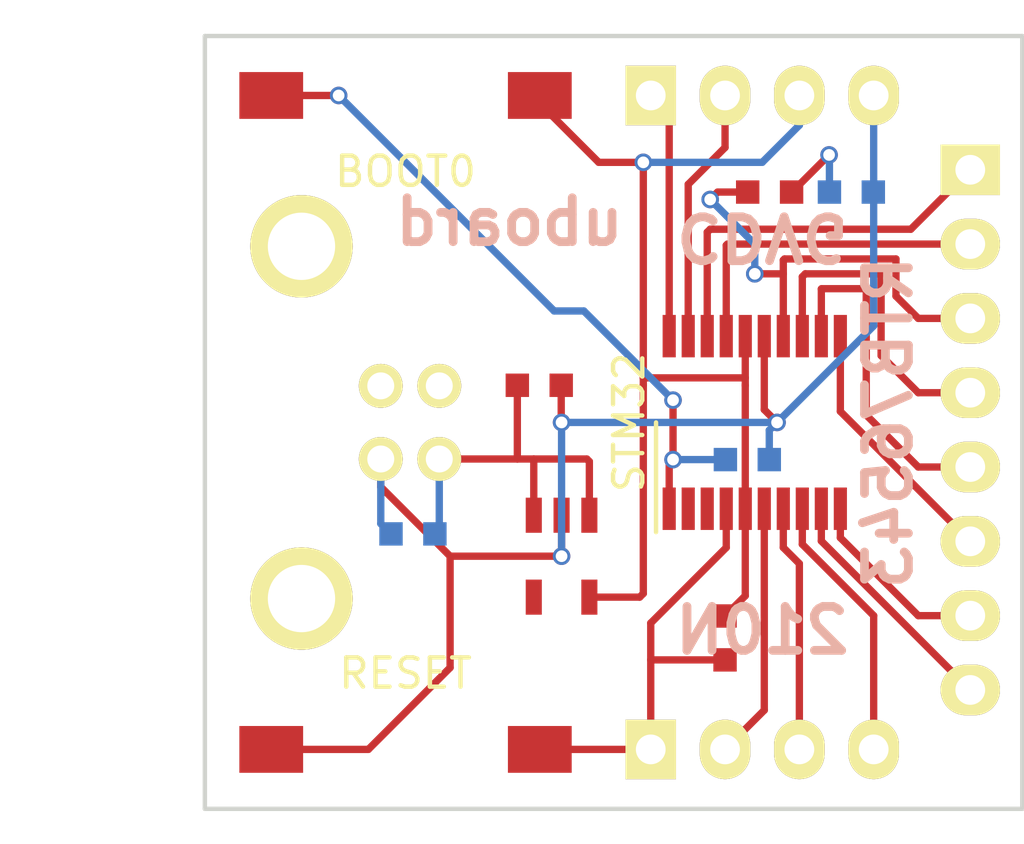
<source format=kicad_pcb>
(kicad_pcb (version 4) (host pcbnew 4.0.7-e2-6376~58~ubuntu16.04.1)

  (general
    (links 0)
    (no_connects 0)
    (area 103.794999 58.344999 172.287001 91.007001)
    (thickness 1.6)
    (drawings 8)
    (tracks 124)
    (zones 0)
    (modules 14)
    (nets 1)
  )

  (page A4)
  (layers
    (0 F.Cu signal)
    (31 B.Cu signal)
    (32 B.Adhes user)
    (33 F.Adhes user)
    (34 B.Paste user)
    (35 F.Paste user)
    (36 B.SilkS user)
    (37 F.SilkS user)
    (38 B.Mask user)
    (39 F.Mask user)
    (40 Dwgs.User user)
    (41 Cmts.User user)
    (42 Eco1.User user)
    (43 Eco2.User user)
    (44 Edge.Cuts user)
    (45 Margin user)
    (46 B.CrtYd user)
    (47 F.CrtYd user)
    (48 B.Fab user)
    (49 F.Fab user)
  )

  (setup
    (last_trace_width 0.25)
    (trace_clearance 0.2)
    (zone_clearance 0.508)
    (zone_45_only no)
    (trace_min 0.2)
    (segment_width 0.2)
    (edge_width 0.15)
    (via_size 0.6)
    (via_drill 0.4)
    (via_min_size 0.4)
    (via_min_drill 0.3)
    (uvia_size 0.3)
    (uvia_drill 0.1)
    (uvias_allowed no)
    (uvia_min_size 0.2)
    (uvia_min_drill 0.1)
    (pcb_text_width 0.3)
    (pcb_text_size 1.5 1.5)
    (mod_edge_width 0.15)
    (mod_text_size 1 1)
    (mod_text_width 0.15)
    (pad_size 2.032 1.7272)
    (pad_drill 1.016)
    (pad_to_mask_clearance 0.2)
    (aux_axis_origin 0 0)
    (visible_elements FFFFFF7F)
    (pcbplotparams
      (layerselection 0x00030_80000001)
      (usegerberextensions false)
      (excludeedgelayer true)
      (linewidth 0.150000)
      (plotframeref false)
      (viasonmask false)
      (mode 1)
      (useauxorigin false)
      (hpglpennumber 1)
      (hpglpenspeed 20)
      (hpglpendiameter 15)
      (hpglpenoverlay 2)
      (psnegative false)
      (psa4output false)
      (plotreference true)
      (plotvalue true)
      (plotinvisibletext false)
      (padsonsilk false)
      (subtractmaskfromsilk false)
      (outputformat 1)
      (mirror false)
      (drillshape 1)
      (scaleselection 1)
      (outputdirectory ""))
  )

  (net 0 "")

  (net_class Default "This is the default net class."
    (clearance 0.2)
    (trace_width 0.25)
    (via_dia 0.6)
    (via_drill 0.4)
    (uvia_dia 0.3)
    (uvia_drill 0.1)
  )

  (module 00my_modules:R_0603 (layer F.Cu) (tedit 5AD41D51) (tstamp 5AD40E12)
    (at 122.428 72.39)
    (descr R0603)
    (tags "resistor capacitor led 0603")
    (attr smd)
    (fp_text reference "" (at 0 -0.6) (layer F.SilkS)
      (effects (font (size 0.127 0.127) (thickness 0.01)))
    )
    (fp_text value "" (at 0 0.6) (layer F.Fab)
      (effects (font (size 0.1 0.1) (thickness 0.01)))
    )
    (fp_line (start -1.2 -0.45) (end 1.2 -0.45) (layer F.CrtYd) (width 0.01))
    (fp_line (start -1.2 0.45) (end 1.2 0.45) (layer F.CrtYd) (width 0.01))
    (fp_line (start -1.2 -0.45) (end -1.2 0.45) (layer F.CrtYd) (width 0.01))
    (fp_line (start 1.2 -0.45) (end 1.2 0.45) (layer F.CrtYd) (width 0.01))
    (fp_line (start -0.1 0) (end 0.1 0.2) (layer F.CrtYd) (width 0.01))
    (fp_line (start -0.1 0) (end 0.1 -0.2) (layer F.CrtYd) (width 0.01))
    (fp_line (start -0.1 0.2) (end -0.1 -0.2) (layer F.CrtYd) (width 0.01))
    (fp_line (start 0.1 0.2) (end 0.1 -0.2) (layer F.CrtYd) (width 0.01))
    (pad 1 smd rect (at -0.75 0) (size 0.8 0.8) (layers F.Cu F.Paste F.Mask))
    (pad 2 smd rect (at 0.75 0) (size 0.8 0.8) (layers F.Cu F.Paste F.Mask))
  )

  (module 00my_modules:UE27-BC54-130 (layer F.Cu) (tedit 5AD41830) (tstamp 5AD16A70)
    (at 114.3 73.66 270)
    (descr UE27-BC54-130)
    (tags usb)
    (fp_text reference "" (at 0 -1 270) (layer F.SilkS)
      (effects (font (size 0.5 0.5) (thickness 0.01)))
    )
    (fp_text value "" (at 0 1 270) (layer F.Fab)
      (effects (font (size 0.5 0.5) (thickness 0.01)))
    )
    (fp_text user USB (at 0 0 270) (layer F.Fab)
      (effects (font (size 1 1) (thickness 0.15)))
    )
    (fp_line (start -6.02 10.28) (end -6.02 -6.22) (layer F.CrtYd) (width 0.05))
    (fp_line (start 6.02 10.28) (end 6.02 -6.22) (layer F.CrtYd) (width 0.05))
    (fp_line (start -6.02 -6.22) (end 6.02 -6.22) (layer F.CrtYd) (width 0.05))
    (fp_line (start -6.02 10.28) (end 6.02 10.28) (layer F.CrtYd) (width 0.05))
    (pad 5V thru_hole circle (at 1.25 -4.71 270) (size 1.5 1.5) (drill 0.92) (layers *.Cu *.Mask F.SilkS))
    (pad - thru_hole circle (at -1.25 -4.71 270) (size 1.5 1.5) (drill 0.92) (layers *.Cu *.Mask F.SilkS))
    (pad + thru_hole circle (at -1.25 -2.71 270) (size 1.5 1.5) (drill 0.92) (layers *.Cu *.Mask F.SilkS))
    (pad GND thru_hole circle (at 1.25 -2.71 270) (size 1.5 1.5) (drill 0.92) (layers *.Cu *.Mask F.SilkS))
    (pad X thru_hole circle (at 6.02 0 270) (size 3.5 3.5) (drill 2.3) (layers *.Cu *.Mask F.SilkS))
    (pad X thru_hole circle (at -6.02 0 270) (size 3.5 3.5) (drill 2.3) (layers *.Cu *.Mask F.SilkS))
  )

  (module 00my_modules:SOT25 (layer F.Cu) (tedit 5AD41CB3) (tstamp 5AD16B65)
    (at 123.19 78.232 270)
    (descr SOT25)
    (tags SOT25)
    (attr smd)
    (fp_text reference "" (at 0 -2.5 270) (layer F.SilkS)
      (effects (font (size 1 1) (thickness 0.15)))
    )
    (fp_text value "" (at 0 2.05 270) (layer F.Fab)
      (effects (font (size 0.5 0.5) (thickness 0.01)))
    )
    (fp_text user SOT25 (at 0 0 360) (layer F.Fab)
      (effects (font (size 0.5 0.5) (thickness 0.01)))
    )
    (fp_line (start -0.8 -1.5) (end 0.8 -1.5) (layer F.Fab) (width 0.01))
    (fp_line (start -0.8 1.5) (end 0.8 1.5) (layer F.Fab) (width 0.01))
    (fp_line (start -0.8 -1.5) (end -0.8 1.5) (layer F.Fab) (width 0.01))
    (fp_line (start 0.8 -1.5) (end 0.8 1.5) (layer F.Fab) (width 0.01))
    (fp_line (start -0.8 -1.5) (end -0.8 1.5) (layer F.Fab) (width 0.01))
    (fp_line (start 0.8 -1.5) (end 0.8 1.5) (layer F.Fab) (width 0.01))
    (fp_line (start -2.3 -1.7) (end 2.3 -1.7) (layer F.CrtYd) (width 0.01))
    (fp_line (start -2.3 -1.7) (end -2.3 1.7) (layer F.CrtYd) (width 0.01))
    (fp_line (start 2.3 1.7) (end 2.3 -1.7) (layer F.CrtYd) (width 0.01))
    (fp_line (start 2.3 1.7) (end -2.3 1.7) (layer F.CrtYd) (width 0.01))
    (pad VIN smd rect (at -1.4 -0.95 270) (size 1.2 0.55) (layers F.Cu F.Paste F.Mask))
    (pad GND smd rect (at -1.4 0 270) (size 1.2 0.55) (layers F.Cu F.Paste F.Mask))
    (pad EN smd rect (at -1.4 0.95 270) (size 1.2 0.55) (layers F.Cu F.Paste F.Mask))
    (pad NC smd rect (at 1.4 0.95 270) (size 1.2 0.55) (layers F.Cu F.Paste F.Mask))
    (pad VOUT smd rect (at 1.4 -0.95 270) (size 1.2 0.55) (layers F.Cu F.Paste F.Mask))
  )

  (module 00my_modules:STM32 (layer F.Cu) (tedit 5AD41238) (tstamp 5AD16B54)
    (at 129.794 73.66 90)
    (descr STM32)
    (tags STM32)
    (attr smd)
    (fp_text reference STM32 (at 0 -4.3 90) (layer F.SilkS)
      (effects (font (size 1 1) (thickness 0.15)))
    )
    (fp_text value "" (at -1.5 -3 90) (layer F.Fab)
      (effects (font (size 0.5 0.5) (thickness 0.01)))
    )
    (fp_text user STM32 (at 0 0 180) (layer F.Fab)
      (effects (font (size 0.8 0.8) (thickness 0.1)))
    )
    (fp_line (start -3.95 -3.55) (end -3.95 3.55) (layer F.CrtYd) (width 0.05))
    (fp_line (start 3.95 -3.55) (end 3.95 3.55) (layer F.CrtYd) (width 0.05))
    (fp_line (start -3.95 -3.55) (end 3.95 -3.55) (layer F.CrtYd) (width 0.05))
    (fp_line (start -3.95 3.55) (end 3.95 3.55) (layer F.CrtYd) (width 0.05))
    (fp_line (start -3.75 -3.375) (end 0 -3.375) (layer F.SilkS) (width 0.15))
    (fp_line (start -2.2 -3.25) (end 2.2 -3.25) (layer F.Fab) (width 0.01))
    (fp_line (start -2.2 3.25) (end 2.2 3.25) (layer F.Fab) (width 0.01))
    (fp_line (start -2.2 -3.25) (end -2.2 3.25) (layer F.Fab) (width 0.01))
    (fp_line (start 2.2 -3.25) (end 2.2 3.25) (layer F.Fab) (width 0.01))
    (pad BOOT smd rect (at -2.95 -2.925 90) (size 1.45 0.45) (layers F.Cu F.Paste F.Mask))
    (pad 2 smd rect (at -2.95 -2.275 90) (size 1.45 0.45) (layers F.Cu F.Paste F.Mask))
    (pad 3 smd rect (at -2.95 -1.625 90) (size 1.45 0.45) (layers F.Cu F.Paste F.Mask))
    (pad NRST smd rect (at -2.95 -0.975 90) (size 1.45 0.45) (layers F.Cu F.Paste F.Mask))
    (pad VCC smd rect (at -2.95 -0.325 90) (size 1.45 0.45) (layers F.Cu F.Paste F.Mask))
    (pad PA0 smd rect (at -2.95 0.325 90) (size 1.45 0.45) (layers F.Cu F.Paste F.Mask))
    (pad PA1 smd rect (at -2.95 0.975 90) (size 1.45 0.45) (layers F.Cu F.Paste F.Mask))
    (pad PA2 smd rect (at -2.95 1.625 90) (size 1.45 0.45) (layers F.Cu F.Paste F.Mask))
    (pad PA3 smd rect (at -2.95 2.275 90) (size 1.45 0.45) (layers F.Cu F.Paste F.Mask))
    (pad PA4 smd rect (at -2.95 2.925 90) (size 1.45 0.45) (layers F.Cu F.Paste F.Mask))
    (pad PA5 smd rect (at 2.95 2.925 90) (size 1.45 0.45) (layers F.Cu F.Paste F.Mask))
    (pad PA6 smd rect (at 2.95 2.275 90) (size 1.45 0.45) (layers F.Cu F.Paste F.Mask))
    (pad PA7 smd rect (at 2.95 1.625 90) (size 1.45 0.45) (layers F.Cu F.Paste F.Mask))
    (pad PB1 smd rect (at 2.95 0.975 90) (size 1.45 0.45) (layers F.Cu F.Paste F.Mask))
    (pad GND smd rect (at 2.95 0.325 90) (size 1.45 0.45) (layers F.Cu F.Paste F.Mask))
    (pad VCC smd rect (at 2.95 -0.325 90) (size 1.45 0.45) (layers F.Cu F.Paste F.Mask))
    (pad TX smd rect (at 2.95 -0.975 90) (size 1.45 0.45) (layers F.Cu F.Paste F.Mask))
    (pad RX smd rect (at 2.95 -1.625 90) (size 1.45 0.45) (layers F.Cu F.Paste F.Mask))
    (pad DIO smd rect (at 2.95 -2.275 90) (size 1.45 0.45) (layers F.Cu F.Paste F.Mask))
    (pad CLK smd rect (at 2.95 -2.925 90) (size 1.45 0.45) (layers F.Cu F.Paste F.Mask))
  )

  (module 00my_modules:BUTTON2_SMT (layer F.Cu) (tedit 5AD41DA2) (tstamp 5AD994A1)
    (at 117.856 84.836)
    (descr button2)
    (tags "SPST button tactile switch")
    (attr smd)
    (fp_text reference RESET (at 0 -2.6) (layer F.SilkS)
      (effects (font (size 1 1) (thickness 0.15)))
    )
    (fp_text value "" (at 0 3) (layer F.Fab)
      (effects (font (size 1 1) (thickness 0.15)))
    )
    (fp_line (start -1.75 -1) (end 1.75 -1) (layer F.Fab) (width 0.1))
    (fp_line (start 1.75 -1) (end 1.75 1) (layer F.Fab) (width 0.1))
    (fp_line (start 1.75 1) (end -1.75 1) (layer F.Fab) (width 0.1))
    (fp_line (start -1.75 1) (end -1.75 -1) (layer F.Fab) (width 0.1))
    (fp_line (start -1.5 0.8) (end 1.5 0.8) (layer F.Fab) (width 0.1))
    (fp_line (start -1.5 -0.8) (end 1.5 -0.8) (layer F.Fab) (width 0.1))
    (fp_line (start 1.5 -0.8) (end 1.5 0.8) (layer F.Fab) (width 0.1))
    (fp_line (start -1.5 -0.8) (end -1.5 0.8) (layer F.Fab) (width 0.1))
    (fp_line (start -5.95 2) (end 5.95 2) (layer F.CrtYd) (width 0.05))
    (fp_line (start 5.95 -2) (end 5.95 2) (layer F.CrtYd) (width 0.05))
    (fp_line (start -3 1.75) (end 3 1.75) (layer F.Fab) (width 0.1))
    (fp_line (start -3 -1.75) (end 3 -1.75) (layer F.Fab) (width 0.1))
    (fp_line (start -3 -1.75) (end -3 1.75) (layer F.Fab) (width 0.1))
    (fp_line (start 3 -1.75) (end 3 1.75) (layer F.Fab) (width 0.1))
    (fp_line (start -5.95 -2) (end -5.95 2) (layer F.CrtYd) (width 0.05))
    (fp_line (start -5.95 -2) (end 5.95 -2) (layer F.CrtYd) (width 0.05))
    (pad GND smd rect (at -4.59 0) (size 2.18 1.6) (layers F.Cu F.Paste F.Mask))
    (pad NRST smd rect (at 4.59 0) (size 2.18 1.6) (layers F.Cu F.Paste F.Mask))
  )

  (module 00my_modules:BUTTON2_SMT (layer F.Cu) (tedit 5AD41D8B) (tstamp 5AD994CC)
    (at 117.856 62.484 180)
    (descr button2)
    (tags "SPST button tactile switch")
    (attr smd)
    (fp_text reference BOOT0 (at 0 -2.6 180) (layer F.SilkS)
      (effects (font (size 1 1) (thickness 0.15)))
    )
    (fp_text value "" (at 0 3 180) (layer F.Fab)
      (effects (font (size 1 1) (thickness 0.15)))
    )
    (fp_line (start -1.75 -1) (end 1.75 -1) (layer F.Fab) (width 0.1))
    (fp_line (start 1.75 -1) (end 1.75 1) (layer F.Fab) (width 0.1))
    (fp_line (start 1.75 1) (end -1.75 1) (layer F.Fab) (width 0.1))
    (fp_line (start -1.75 1) (end -1.75 -1) (layer F.Fab) (width 0.1))
    (fp_line (start -1.5 0.8) (end 1.5 0.8) (layer F.Fab) (width 0.1))
    (fp_line (start -1.5 -0.8) (end 1.5 -0.8) (layer F.Fab) (width 0.1))
    (fp_line (start 1.5 -0.8) (end 1.5 0.8) (layer F.Fab) (width 0.1))
    (fp_line (start -1.5 -0.8) (end -1.5 0.8) (layer F.Fab) (width 0.1))
    (fp_line (start -5.95 2) (end 5.95 2) (layer F.CrtYd) (width 0.05))
    (fp_line (start 5.95 -2) (end 5.95 2) (layer F.CrtYd) (width 0.05))
    (fp_line (start -3 1.75) (end 3 1.75) (layer F.Fab) (width 0.1))
    (fp_line (start -3 -1.75) (end 3 -1.75) (layer F.Fab) (width 0.1))
    (fp_line (start -3 -1.75) (end -3 1.75) (layer F.Fab) (width 0.1))
    (fp_line (start 3 -1.75) (end 3 1.75) (layer F.Fab) (width 0.1))
    (fp_line (start -5.95 -2) (end -5.95 2) (layer F.CrtYd) (width 0.05))
    (fp_line (start -5.95 -2) (end 5.95 -2) (layer F.CrtYd) (width 0.05))
    (pad VCC smd rect (at -4.59 0 180) (size 2.18 1.6) (layers F.Cu F.Paste F.Mask))
    (pad BOOT smd rect (at 4.59 0 180) (size 2.18 1.6) (layers F.Cu F.Paste F.Mask))
  )

  (module 00my_modules:Pin_Header_Straight_1x04 (layer F.Cu) (tedit 5AD41DC7) (tstamp 5AD408A5)
    (at 126.238 84.836 90)
    (descr "Through hole pin header")
    (tags "pin header")
    (fp_text reference "" (at 0 -2.4 90) (layer F.SilkS)
      (effects (font (size 0.5 0.5) (thickness 0.01)))
    )
    (fp_text value "" (at 0 -3.1 90) (layer F.Fab)
      (effects (font (size 0.5 0.5) (thickness 0.01)))
    )
    (fp_line (start -1.75 -1.75) (end -1.75 9.04) (layer F.CrtYd) (width 0.05))
    (fp_line (start 1.75 -1.75) (end 1.75 9.04) (layer F.CrtYd) (width 0.05))
    (fp_line (start -1.75 -1.75) (end 1.75 -1.75) (layer F.CrtYd) (width 0.05))
    (fp_line (start -1.75 9.04) (end 1.75 9.04) (layer F.CrtYd) (width 0.05))
    (pad RST thru_hole rect (at 0 0 90) (size 2.032 1.7272) (drill 1.016) (layers *.Cu *.Mask F.SilkS))
    (pad PA0 thru_hole oval (at 0 2.54 90) (size 2.032 1.7272) (drill 1.016) (layers *.Cu *.Mask F.SilkS))
    (pad PA1 thru_hole oval (at 0 5.08 90) (size 2.032 1.7272) (drill 1.016) (layers *.Cu *.Mask F.SilkS))
    (pad PA2 thru_hole oval (at 0 7.62 90) (size 2.032 1.7272) (drill 1.016) (layers *.Cu *.Mask F.SilkS))
  )

  (module 00my_modules:Pin_Header_Straight_1x04 (layer F.Cu) (tedit 5AD4180C) (tstamp 5AD408BC)
    (at 126.238 62.484 90)
    (descr "Through hole pin header")
    (tags "pin header")
    (fp_text reference "" (at 0 -2.4 90) (layer F.SilkS)
      (effects (font (size 0.5 0.5) (thickness 0.01)))
    )
    (fp_text value "" (at 0 -3.1 90) (layer F.Fab)
      (effects (font (size 0.5 0.5) (thickness 0.01)))
    )
    (fp_line (start -1.75 -1.75) (end -1.75 9.04) (layer F.CrtYd) (width 0.05))
    (fp_line (start 1.75 -1.75) (end 1.75 9.04) (layer F.CrtYd) (width 0.05))
    (fp_line (start -1.75 -1.75) (end 1.75 -1.75) (layer F.CrtYd) (width 0.05))
    (fp_line (start -1.75 9.04) (end 1.75 9.04) (layer F.CrtYd) (width 0.05))
    (pad CLK thru_hole rect (at 0 0 90) (size 2.032 1.7272) (drill 1.016) (layers *.Cu *.Mask F.SilkS))
    (pad DIO thru_hole oval (at 0 2.54 90) (size 2.032 1.7272) (drill 1.016) (layers *.Cu *.Mask F.SilkS))
    (pad VCC thru_hole oval (at 0 5.08 90) (size 2.032 1.7272) (drill 1.016) (layers *.Cu *.Mask F.SilkS))
    (pad GND thru_hole oval (at 0 7.62 90) (size 2.032 1.7272) (drill 1.016) (layers *.Cu *.Mask F.SilkS))
  )

  (module 00my_modules:Pin_Header_Straight_1x08 (layer F.Cu) (tedit 5AD41E01) (tstamp 5AD409EB)
    (at 137.16 65.024)
    (descr "Through hole pin header")
    (tags "pin header")
    (fp_text reference "" (at 0 -2.4) (layer F.SilkS)
      (effects (font (size 0.5 0.5) (thickness 0.01)))
    )
    (fp_text value "" (at 0 -3.1) (layer F.Fab)
      (effects (font (size 0.5 0.5) (thickness 0.01)))
    )
    (fp_line (start -1.75 -1.75) (end -1.75 19.56) (layer F.CrtYd) (width 0.05))
    (fp_line (start 1.75 -1.75) (end 1.75 19.56) (layer F.CrtYd) (width 0.05))
    (fp_line (start -1.75 -1.75) (end 1.75 -1.75) (layer F.CrtYd) (width 0.05))
    (fp_line (start -1.75 19.56) (end 1.75 19.56) (layer F.CrtYd) (width 0.05))
    (pad RX thru_hole rect (at 0 0) (size 2.032 1.7272) (drill 1.016) (layers *.Cu *.Mask F.SilkS))
    (pad TX thru_hole oval (at 0 2.54) (size 2.032 1.7272) (drill 1.016) (layers *.Cu *.Mask F.SilkS))
    (pad PB1 thru_hole oval (at 0 5.08) (size 2.032 1.7272) (drill 1.016) (layers *.Cu *.Mask F.SilkS))
    (pad PA7 thru_hole oval (at 0 7.62) (size 2.032 1.7272) (drill 1.016) (layers *.Cu *.Mask F.SilkS))
    (pad PA6 thru_hole oval (at 0 10.16) (size 2.032 1.7272) (drill 1.016) (layers *.Cu *.Mask F.SilkS))
    (pad PA5 thru_hole oval (at 0 12.7) (size 2.032 1.7272) (drill 1.016) (layers *.Cu *.Mask F.SilkS))
    (pad PA4 thru_hole oval (at 0 15.24) (size 2.032 1.7272) (drill 1.016) (layers *.Cu *.Mask F.SilkS))
    (pad PA3 thru_hole oval (at 0 17.78) (size 2.032 1.7272) (drill 1.016) (layers *.Cu *.Mask F.SilkS))
  )

  (module 00my_modules:R_0603 (layer B.Cu) (tedit 5AD41D64) (tstamp 5AD40DF7)
    (at 118.11 77.47)
    (descr R0603)
    (tags "resistor capacitor led 0603")
    (attr smd)
    (fp_text reference "" (at 0 0.6) (layer B.SilkS)
      (effects (font (size 0.127 0.127) (thickness 0.01)) (justify mirror))
    )
    (fp_text value "" (at 0 -0.6) (layer B.Fab)
      (effects (font (size 0.1 0.1) (thickness 0.01)) (justify mirror))
    )
    (fp_line (start -1.2 0.45) (end 1.2 0.45) (layer B.CrtYd) (width 0.01))
    (fp_line (start -1.2 -0.45) (end 1.2 -0.45) (layer B.CrtYd) (width 0.01))
    (fp_line (start -1.2 0.45) (end -1.2 -0.45) (layer B.CrtYd) (width 0.01))
    (fp_line (start 1.2 0.45) (end 1.2 -0.45) (layer B.CrtYd) (width 0.01))
    (fp_line (start -0.1 0) (end 0.1 -0.2) (layer B.CrtYd) (width 0.01))
    (fp_line (start -0.1 0) (end 0.1 0.2) (layer B.CrtYd) (width 0.01))
    (fp_line (start -0.1 -0.2) (end -0.1 0.2) (layer B.CrtYd) (width 0.01))
    (fp_line (start 0.1 -0.2) (end 0.1 0.2) (layer B.CrtYd) (width 0.01))
    (pad 1 smd rect (at -0.75 0) (size 0.8 0.8) (layers B.Cu B.Paste B.Mask))
    (pad 2 smd rect (at 0.75 0) (size 0.8 0.8) (layers B.Cu B.Paste B.Mask))
  )

  (module 00my_modules:R_0603 (layer F.Cu) (tedit 5AD417A4) (tstamp 5AD40EEC)
    (at 128.778 81.026 90)
    (descr R0603)
    (tags "resistor capacitor led 0603")
    (attr smd)
    (fp_text reference "" (at 0 -0.6 90) (layer F.SilkS)
      (effects (font (size 0.127 0.127) (thickness 0.01)))
    )
    (fp_text value "" (at 0 0.6 90) (layer F.Fab)
      (effects (font (size 0.1 0.1) (thickness 0.01)))
    )
    (fp_line (start -1.2 -0.45) (end 1.2 -0.45) (layer F.CrtYd) (width 0.01))
    (fp_line (start -1.2 0.45) (end 1.2 0.45) (layer F.CrtYd) (width 0.01))
    (fp_line (start -1.2 -0.45) (end -1.2 0.45) (layer F.CrtYd) (width 0.01))
    (fp_line (start 1.2 -0.45) (end 1.2 0.45) (layer F.CrtYd) (width 0.01))
    (fp_line (start -0.1 0) (end 0.1 0.2) (layer F.CrtYd) (width 0.01))
    (fp_line (start -0.1 0) (end 0.1 -0.2) (layer F.CrtYd) (width 0.01))
    (fp_line (start -0.1 0.2) (end -0.1 -0.2) (layer F.CrtYd) (width 0.01))
    (fp_line (start 0.1 0.2) (end 0.1 -0.2) (layer F.CrtYd) (width 0.01))
    (pad 1 smd rect (at -0.75 0 90) (size 0.8 0.8) (layers F.Cu F.Paste F.Mask))
    (pad 2 smd rect (at 0.75 0 90) (size 0.8 0.8) (layers F.Cu F.Paste F.Mask))
  )

  (module 00my_modules:R_0603 (layer B.Cu) (tedit 5AD417B2) (tstamp 5AD40F2F)
    (at 129.54 74.93)
    (descr R0603)
    (tags "resistor capacitor led 0603")
    (attr smd)
    (fp_text reference "" (at 0 0.6) (layer B.SilkS)
      (effects (font (size 0.127 0.127) (thickness 0.01)) (justify mirror))
    )
    (fp_text value "" (at 0 -0.6) (layer B.Fab)
      (effects (font (size 0.1 0.1) (thickness 0.01)) (justify mirror))
    )
    (fp_line (start -1.2 0.45) (end 1.2 0.45) (layer B.CrtYd) (width 0.01))
    (fp_line (start -1.2 -0.45) (end 1.2 -0.45) (layer B.CrtYd) (width 0.01))
    (fp_line (start -1.2 0.45) (end -1.2 -0.45) (layer B.CrtYd) (width 0.01))
    (fp_line (start 1.2 0.45) (end 1.2 -0.45) (layer B.CrtYd) (width 0.01))
    (fp_line (start -0.1 0) (end 0.1 -0.2) (layer B.CrtYd) (width 0.01))
    (fp_line (start -0.1 0) (end 0.1 0.2) (layer B.CrtYd) (width 0.01))
    (fp_line (start -0.1 -0.2) (end -0.1 0.2) (layer B.CrtYd) (width 0.01))
    (fp_line (start 0.1 -0.2) (end 0.1 0.2) (layer B.CrtYd) (width 0.01))
    (pad 1 smd rect (at -0.75 0) (size 0.8 0.8) (layers B.Cu B.Paste B.Mask))
    (pad 2 smd rect (at 0.75 0) (size 0.8 0.8) (layers B.Cu B.Paste B.Mask))
  )

  (module 00my_modules:R_0603 (layer F.Cu) (tedit 5AD417C1) (tstamp 5AD40F80)
    (at 130.302 65.786)
    (descr R0603)
    (tags "resistor capacitor led 0603")
    (attr smd)
    (fp_text reference "" (at 0 -0.6) (layer F.SilkS)
      (effects (font (size 0.127 0.127) (thickness 0.01)))
    )
    (fp_text value "" (at 0 0.6) (layer F.Fab)
      (effects (font (size 0.1 0.1) (thickness 0.01)))
    )
    (fp_line (start -1.2 -0.45) (end 1.2 -0.45) (layer F.CrtYd) (width 0.01))
    (fp_line (start -1.2 0.45) (end 1.2 0.45) (layer F.CrtYd) (width 0.01))
    (fp_line (start -1.2 -0.45) (end -1.2 0.45) (layer F.CrtYd) (width 0.01))
    (fp_line (start 1.2 -0.45) (end 1.2 0.45) (layer F.CrtYd) (width 0.01))
    (fp_line (start -0.1 0) (end 0.1 0.2) (layer F.CrtYd) (width 0.01))
    (fp_line (start -0.1 0) (end 0.1 -0.2) (layer F.CrtYd) (width 0.01))
    (fp_line (start -0.1 0.2) (end -0.1 -0.2) (layer F.CrtYd) (width 0.01))
    (fp_line (start 0.1 0.2) (end 0.1 -0.2) (layer F.CrtYd) (width 0.01))
    (pad 1 smd rect (at -0.75 0) (size 0.8 0.8) (layers F.Cu F.Paste F.Mask))
    (pad 2 smd rect (at 0.75 0) (size 0.8 0.8) (layers F.Cu F.Paste F.Mask))
  )

  (module 00my_modules:R_0603 (layer B.Cu) (tedit 5AD417CC) (tstamp 5AD40FAE)
    (at 133.096 65.786)
    (descr R0603)
    (tags "resistor capacitor led 0603")
    (attr smd)
    (fp_text reference "" (at 0 0.6) (layer B.SilkS)
      (effects (font (size 0.127 0.127) (thickness 0.01)) (justify mirror))
    )
    (fp_text value "" (at 0 -0.6) (layer B.Fab)
      (effects (font (size 0.1 0.1) (thickness 0.01)) (justify mirror))
    )
    (fp_line (start -1.2 0.45) (end 1.2 0.45) (layer B.CrtYd) (width 0.01))
    (fp_line (start -1.2 -0.45) (end 1.2 -0.45) (layer B.CrtYd) (width 0.01))
    (fp_line (start -1.2 0.45) (end -1.2 -0.45) (layer B.CrtYd) (width 0.01))
    (fp_line (start 1.2 0.45) (end 1.2 -0.45) (layer B.CrtYd) (width 0.01))
    (fp_line (start -0.1 0) (end 0.1 -0.2) (layer B.CrtYd) (width 0.01))
    (fp_line (start -0.1 0) (end 0.1 0.2) (layer B.CrtYd) (width 0.01))
    (fp_line (start -0.1 -0.2) (end -0.1 0.2) (layer B.CrtYd) (width 0.01))
    (fp_line (start 0.1 -0.2) (end 0.1 0.2) (layer B.CrtYd) (width 0.01))
    (pad 1 smd rect (at -0.75 0) (size 0.8 0.8) (layers B.Cu B.Paste B.Mask))
    (pad 2 smd rect (at 0.75 0) (size 0.8 0.8) (layers B.Cu B.Paste B.Mask))
  )

  (gr_text RTB76543 (at 134.366 73.66 90) (layer B.SilkS)
    (effects (font (size 1.5 1.5) (thickness 0.3)) (justify mirror))
  )
  (gr_text 210N (at 130.048 80.772) (layer B.SilkS)
    (effects (font (size 1.5 1.5) (thickness 0.3)) (justify mirror))
  )
  (gr_text CDVG (at 130.048 67.31 180) (layer B.SilkS)
    (effects (font (size 1.5 1.5) (thickness 0.3)) (justify mirror))
  )
  (gr_text uboard (at 121.412 66.802) (layer B.SilkS)
    (effects (font (size 1.5 1.5) (thickness 0.3)) (justify mirror))
  )
  (gr_line (start 110.998 86.868) (end 110.998 60.452) (angle 90) (layer Edge.Cuts) (width 0.15))
  (gr_line (start 138.938 86.868) (end 110.998 86.868) (angle 90) (layer Edge.Cuts) (width 0.15))
  (gr_line (start 138.938 60.452) (end 138.938 86.868) (angle 90) (layer Edge.Cuts) (width 0.15))
  (gr_line (start 110.998 60.452) (end 138.938 60.452) (angle 90) (layer Edge.Cuts) (width 0.15))

  (segment (start 129.469 72.136) (end 125.984 72.136) (width 0.25) (layer F.Cu) (net 0))
  (segment (start 127 74.93) (end 127 72.898) (width 0.25) (layer F.Cu) (net 0))
  (segment (start 115.57 62.484) (end 113.266 62.484) (width 0.25) (layer F.Cu) (net 0) (tstamp 5AD410BA))
  (via (at 115.57 62.484) (size 0.6) (drill 0.4) (layers F.Cu B.Cu) (net 0))
  (segment (start 122.936 69.85) (end 115.57 62.484) (width 0.25) (layer B.Cu) (net 0) (tstamp 5AD410AA))
  (segment (start 123.952 69.85) (end 122.936 69.85) (width 0.25) (layer B.Cu) (net 0) (tstamp 5AD410A0))
  (segment (start 127 72.898) (end 123.952 69.85) (width 0.25) (layer B.Cu) (net 0) (tstamp 5AD4109F))
  (via (at 127 72.898) (size 0.6) (drill 0.4) (layers F.Cu B.Cu) (net 0))
  (segment (start 123.19 73.66) (end 123.19 78.232) (width 0.25) (layer B.Cu) (net 0))
  (via (at 123.19 78.232) (size 0.6) (drill 0.4) (layers F.Cu B.Cu) (net 0))
  (segment (start 129.552 65.786) (end 128.524 65.786) (width 0.25) (layer F.Cu) (net 0))
  (segment (start 129.794 68.58) (end 130.769 68.58) (width 0.25) (layer F.Cu) (net 0) (tstamp 5AD40FE9))
  (via (at 129.794 68.58) (size 0.6) (drill 0.4) (layers F.Cu B.Cu) (net 0))
  (segment (start 129.794 67.564) (end 129.794 68.58) (width 0.25) (layer B.Cu) (net 0) (tstamp 5AD40FE4))
  (segment (start 128.27 66.04) (end 129.794 67.564) (width 0.25) (layer B.Cu) (net 0) (tstamp 5AD40FE3))
  (via (at 128.27 66.04) (size 0.6) (drill 0.4) (layers F.Cu B.Cu) (net 0))
  (segment (start 128.524 65.786) (end 128.27 66.04) (width 0.25) (layer F.Cu) (net 0) (tstamp 5AD40FDC))
  (segment (start 131.052 65.786) (end 131.064 65.786) (width 0.25) (layer F.Cu) (net 0))
  (segment (start 131.064 65.786) (end 132.334 64.516) (width 0.25) (layer F.Cu) (net 0) (tstamp 5AD40FC2))
  (via (at 132.334 64.516) (size 0.6) (drill 0.4) (layers F.Cu B.Cu) (net 0))
  (segment (start 132.334 64.516) (end 132.346 64.528) (width 0.25) (layer B.Cu) (net 0) (tstamp 5AD40FC9))
  (segment (start 132.346 64.528) (end 132.346 65.786) (width 0.25) (layer B.Cu) (net 0) (tstamp 5AD40FCA))
  (segment (start 122.446 62.484) (end 122.446 62.756) (width 0.25) (layer F.Cu) (net 0))
  (segment (start 122.446 62.756) (end 124.46 64.77) (width 0.25) (layer F.Cu) (net 0) (tstamp 5AD40F55))
  (segment (start 124.46 64.77) (end 125.984 64.77) (width 0.25) (layer F.Cu) (net 0) (tstamp 5AD40F56))
  (segment (start 130.29 74.93) (end 130.29 73.926) (width 0.25) (layer B.Cu) (net 0))
  (segment (start 130.29 73.926) (end 130.556 73.66) (width 0.25) (layer B.Cu) (net 0) (tstamp 5AD40F45))
  (segment (start 126.869 76.61) (end 126.869 75.061) (width 0.25) (layer F.Cu) (net 0))
  (segment (start 127 74.93) (end 128.79 74.93) (width 0.25) (layer B.Cu) (net 0) (tstamp 5AD40F42))
  (via (at 127 74.93) (size 0.6) (drill 0.4) (layers F.Cu B.Cu) (net 0))
  (segment (start 126.869 75.061) (end 127 74.93) (width 0.25) (layer F.Cu) (net 0) (tstamp 5AD40F40))
  (segment (start 128.778 81.776) (end 126.238 81.776) (width 0.25) (layer F.Cu) (net 0))
  (segment (start 128.819 76.61) (end 128.819 77.937) (width 0.25) (layer F.Cu) (net 0))
  (segment (start 126.238 80.518) (end 126.238 81.776) (width 0.25) (layer F.Cu) (net 0) (tstamp 5AD40F1B))
  (segment (start 126.238 81.776) (end 126.238 84.836) (width 0.25) (layer F.Cu) (net 0) (tstamp 5AD40F20))
  (segment (start 128.819 77.937) (end 126.238 80.518) (width 0.25) (layer F.Cu) (net 0) (tstamp 5AD40F19))
  (segment (start 129.469 76.61) (end 129.469 79.585) (width 0.25) (layer F.Cu) (net 0))
  (segment (start 129.469 79.585) (end 128.778 80.276) (width 0.25) (layer F.Cu) (net 0) (tstamp 5AD40F17))
  (segment (start 117.01 74.91) (end 117.01 77.12) (width 0.25) (layer B.Cu) (net 0))
  (segment (start 117.01 77.12) (end 117.36 77.47) (width 0.25) (layer B.Cu) (net 0) (tstamp 5AD40E2E))
  (segment (start 119.01 74.91) (end 119.01 77.32) (width 0.25) (layer B.Cu) (net 0))
  (segment (start 119.01 77.32) (end 118.86 77.47) (width 0.25) (layer B.Cu) (net 0) (tstamp 5AD40E2C))
  (segment (start 121.678 72.39) (end 121.678 74.91) (width 0.25) (layer F.Cu) (net 0))
  (segment (start 123.178 72.39) (end 123.178 73.648) (width 0.25) (layer F.Cu) (net 0))
  (segment (start 123.178 73.648) (end 123.19 73.66) (width 0.25) (layer F.Cu) (net 0) (tstamp 5AD40E23))
  (segment (start 130.556 73.66) (end 123.19 73.66) (width 0.25) (layer B.Cu) (net 0))
  (segment (start 123.19 78.232) (end 119.38 78.232) (width 0.25) (layer F.Cu) (net 0) (tstamp 5AD40C4B))
  (segment (start 123.19 76.832) (end 123.19 78.232) (width 0.25) (layer F.Cu) (net 0))
  (via (at 123.19 73.66) (size 0.6) (drill 0.4) (layers F.Cu B.Cu) (net 0))
  (segment (start 113.266 84.836) (end 116.586 84.836) (width 0.25) (layer F.Cu) (net 0))
  (segment (start 119.38 82.042) (end 119.38 78.232) (width 0.25) (layer F.Cu) (net 0) (tstamp 5AD40C9C))
  (segment (start 116.586 84.836) (end 119.38 82.042) (width 0.25) (layer F.Cu) (net 0) (tstamp 5AD40C92))
  (segment (start 122.446 84.836) (end 126.238 84.836) (width 0.25) (layer F.Cu) (net 0))
  (segment (start 124.14 79.632) (end 125.86 79.632) (width 0.25) (layer F.Cu) (net 0))
  (segment (start 125.984 79.508) (end 125.984 72.39) (width 0.25) (layer F.Cu) (net 0) (tstamp 5AD40C74))
  (segment (start 125.86 79.632) (end 125.984 79.508) (width 0.25) (layer F.Cu) (net 0) (tstamp 5AD40C6F))
  (segment (start 125.984 72.39) (end 125.984 72.136) (width 0.25) (layer F.Cu) (net 0) (tstamp 5AD40C22))
  (segment (start 125.984 72.136) (end 125.984 64.77) (width 0.25) (layer F.Cu) (net 0) (tstamp 5AD410E2))
  (segment (start 117.01 75.862) (end 117.01 74.91) (width 0.25) (layer F.Cu) (net 0) (tstamp 5AD40C57))
  (segment (start 119.38 78.232) (end 117.01 75.862) (width 0.25) (layer F.Cu) (net 0) (tstamp 5AD40C4D))
  (segment (start 122.24 76.832) (end 122.24 74.91) (width 0.25) (layer F.Cu) (net 0))
  (segment (start 124.14 76.832) (end 124.14 74.996) (width 0.25) (layer F.Cu) (net 0))
  (segment (start 124.054 74.91) (end 122.24 74.91) (width 0.25) (layer F.Cu) (net 0) (tstamp 5AD40C3B))
  (segment (start 122.24 74.91) (end 121.678 74.91) (width 0.25) (layer F.Cu) (net 0) (tstamp 5AD40C45))
  (segment (start 121.678 74.91) (end 119.01 74.91) (width 0.25) (layer F.Cu) (net 0) (tstamp 5AD40E27))
  (segment (start 124.14 74.996) (end 124.054 74.91) (width 0.25) (layer F.Cu) (net 0) (tstamp 5AD40C39))
  (segment (start 130.048 64.77) (end 131.318 63.5) (width 0.25) (layer B.Cu) (net 0) (tstamp 5AD40C26))
  (segment (start 125.984 64.77) (end 130.048 64.77) (width 0.25) (layer B.Cu) (net 0) (tstamp 5AD40C25))
  (via (at 125.984 64.77) (size 0.6) (drill 0.4) (layers F.Cu B.Cu) (net 0))
  (segment (start 131.318 63.5) (end 131.318 62.484) (width 0.25) (layer B.Cu) (net 0) (tstamp 5AD40C27))
  (segment (start 130.119 70.71) (end 130.119 73.223) (width 0.25) (layer F.Cu) (net 0))
  (segment (start 133.858 70.358) (end 133.858 62.484) (width 0.25) (layer B.Cu) (net 0) (tstamp 5AD40C1C))
  (segment (start 130.556 73.66) (end 133.858 70.358) (width 0.25) (layer B.Cu) (net 0) (tstamp 5AD40C1B))
  (via (at 130.556 73.66) (size 0.6) (drill 0.4) (layers F.Cu B.Cu) (net 0))
  (segment (start 130.119 73.223) (end 130.556 73.66) (width 0.25) (layer F.Cu) (net 0) (tstamp 5AD40C19))
  (segment (start 129.469 70.71) (end 129.469 72.136) (width 0.25) (layer F.Cu) (net 0))
  (segment (start 129.469 72.136) (end 129.469 72.39) (width 0.25) (layer F.Cu) (net 0) (tstamp 5AD410DE))
  (segment (start 129.469 72.39) (end 129.469 76.61) (width 0.25) (layer F.Cu) (net 0) (tstamp 5AD40C20))
  (segment (start 126.869 70.71) (end 126.869 63.115) (width 0.25) (layer F.Cu) (net 0))
  (segment (start 126.869 63.115) (end 126.238 62.484) (width 0.25) (layer F.Cu) (net 0) (tstamp 5AD40C08))
  (segment (start 127.519 70.71) (end 127.519 65.521) (width 0.25) (layer F.Cu) (net 0))
  (segment (start 128.778 64.262) (end 128.778 62.484) (width 0.25) (layer F.Cu) (net 0) (tstamp 5AD40C05))
  (segment (start 127.519 65.521) (end 128.778 64.262) (width 0.25) (layer F.Cu) (net 0) (tstamp 5AD40C03))
  (segment (start 128.169 70.71) (end 128.169 67.157) (width 0.25) (layer F.Cu) (net 0))
  (segment (start 135.128 67.056) (end 137.16 65.024) (width 0.25) (layer F.Cu) (net 0) (tstamp 5AD40C00))
  (segment (start 128.27 67.056) (end 135.128 67.056) (width 0.25) (layer F.Cu) (net 0) (tstamp 5AD40BFF))
  (segment (start 128.169 67.157) (end 128.27 67.056) (width 0.25) (layer F.Cu) (net 0) (tstamp 5AD40BFE))
  (segment (start 128.819 70.71) (end 128.819 67.605) (width 0.25) (layer F.Cu) (net 0))
  (segment (start 128.86 67.564) (end 137.16 67.564) (width 0.25) (layer F.Cu) (net 0) (tstamp 5AD40BFC))
  (segment (start 128.819 67.605) (end 128.86 67.564) (width 0.25) (layer F.Cu) (net 0) (tstamp 5AD40BFB))
  (segment (start 130.769 70.71) (end 130.769 68.58) (width 0.25) (layer F.Cu) (net 0))
  (segment (start 130.769 68.58) (end 130.769 68.113) (width 0.25) (layer F.Cu) (net 0) (tstamp 5AD40FEC))
  (segment (start 135.382 70.104) (end 134.62 69.342) (width 0.25) (layer F.Cu) (net 0) (tstamp 5AD40BF2))
  (segment (start 134.62 69.342) (end 134.62 68.072) (width 0.25) (layer F.Cu) (net 0) (tstamp 5AD40BF3))
  (segment (start 135.382 70.104) (end 137.16 70.104) (width 0.25) (layer F.Cu) (net 0))
  (segment (start 130.81 68.072) (end 134.62 68.072) (width 0.25) (layer F.Cu) (net 0) (tstamp 5AD40BF9))
  (segment (start 130.769 68.113) (end 130.81 68.072) (width 0.25) (layer F.Cu) (net 0) (tstamp 5AD40BF8))
  (segment (start 131.419 70.71) (end 131.419 68.681) (width 0.25) (layer F.Cu) (net 0))
  (segment (start 135.382 72.644) (end 134.112 71.374) (width 0.25) (layer F.Cu) (net 0) (tstamp 5AD40BED))
  (segment (start 134.112 71.374) (end 134.112 68.58) (width 0.25) (layer F.Cu) (net 0) (tstamp 5AD40BEF))
  (segment (start 135.382 72.644) (end 137.16 72.644) (width 0.25) (layer F.Cu) (net 0))
  (segment (start 131.52 68.58) (end 134.112 68.58) (width 0.25) (layer F.Cu) (net 0) (tstamp 5AD40BF6))
  (segment (start 131.419 68.681) (end 131.52 68.58) (width 0.25) (layer F.Cu) (net 0) (tstamp 5AD40BF5))
  (segment (start 137.16 75.184) (end 135.382 75.184) (width 0.25) (layer F.Cu) (net 0))
  (segment (start 132.069 69.099) (end 132.069 70.71) (width 0.25) (layer F.Cu) (net 0) (tstamp 5AD40BE3))
  (segment (start 132.08 69.088) (end 132.069 69.099) (width 0.25) (layer F.Cu) (net 0) (tstamp 5AD40BE2))
  (segment (start 133.604 69.088) (end 132.08 69.088) (width 0.25) (layer F.Cu) (net 0) (tstamp 5AD40BE1))
  (segment (start 133.604 73.406) (end 133.604 69.088) (width 0.25) (layer F.Cu) (net 0) (tstamp 5AD40BDF))
  (segment (start 135.382 75.184) (end 133.604 73.406) (width 0.25) (layer F.Cu) (net 0) (tstamp 5AD40BDD))
  (segment (start 132.719 70.71) (end 132.719 73.283) (width 0.25) (layer F.Cu) (net 0))
  (segment (start 132.719 73.283) (end 137.16 77.724) (width 0.25) (layer F.Cu) (net 0) (tstamp 5AD40BDA))
  (segment (start 130.119 76.61) (end 130.119 83.495) (width 0.25) (layer F.Cu) (net 0))
  (segment (start 130.119 83.495) (end 128.778 84.836) (width 0.25) (layer F.Cu) (net 0) (tstamp 5AD40BBF))
  (segment (start 130.769 76.61) (end 130.769 77.937) (width 0.25) (layer F.Cu) (net 0))
  (segment (start 131.318 78.486) (end 131.318 84.836) (width 0.25) (layer F.Cu) (net 0) (tstamp 5AD40BB6))
  (segment (start 130.769 77.937) (end 131.318 78.486) (width 0.25) (layer F.Cu) (net 0) (tstamp 5AD40BB5))
  (segment (start 131.419 76.61) (end 131.419 77.825) (width 0.25) (layer F.Cu) (net 0))
  (segment (start 133.858 80.264) (end 133.858 84.836) (width 0.25) (layer F.Cu) (net 0) (tstamp 5AD40BB2))
  (segment (start 131.419 77.825) (end 133.858 80.264) (width 0.25) (layer F.Cu) (net 0) (tstamp 5AD40BB0))
  (segment (start 132.069 76.61) (end 132.069 77.713) (width 0.25) (layer F.Cu) (net 0))
  (segment (start 132.069 77.713) (end 137.16 82.804) (width 0.25) (layer F.Cu) (net 0) (tstamp 5AD40BAD))
  (segment (start 132.719 76.61) (end 132.719 77.601) (width 0.25) (layer F.Cu) (net 0))
  (segment (start 135.382 80.264) (end 137.16 80.264) (width 0.25) (layer F.Cu) (net 0) (tstamp 5AD40BAA))
  (segment (start 132.719 77.601) (end 135.382 80.264) (width 0.25) (layer F.Cu) (net 0) (tstamp 5AD40BA9))

)

</source>
